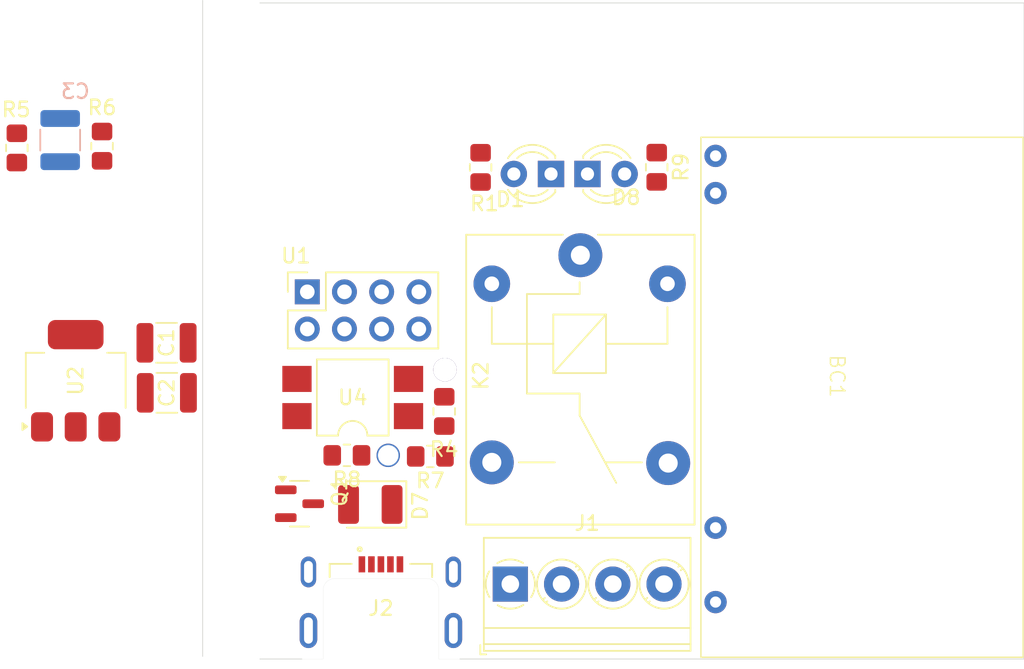
<source format=kicad_pcb>
(kicad_pcb (version 20240108) (generator "pcbnew") (generator_version "8.0")
  (layers (0 "F.Cu" signal) (31 "B.Cu" signal) (34 "B.Paste" user) (35 "F.Paste" user) (36 "B.SilkS" user "B.Silkscreen") (37 "F.SilkS" user "F.Silkscreen") (38 "B.Mask" user) (39 "F.Mask" user) (44 "Edge.Cuts" user))
  (net 0 "")
  (net 1 "/N IN")
  (net 2 "/L IN")
  (net 3 "+5V")
  (net 4 "/RST")
  (net 5 "Net-(D1-A)")
  (net 6 "Net-(D7-A)")
  (net 7 "Net-(D8-A)")
  (net 12 "/RX")
  (net 15 "/NC")
  (net 16 "/NO")
  (net 17 "/RELAY")
  (net 18 "/TX")
  (net 19 "/GPIO0")
  (net 20 "/CH_PD")
  (net 21 "Net-(R7-Pad2)")
  (net 23 "GND")
  (net 24 "VCC")
  (footprint "Resistor_SMD:R_0805_2012Metric_Pad1.20x1.40mm_HandSolder" (layer "F.Cu") (at 85.83 115.095 -90)
    (property "Reference" "R5" (at -2.62 0.05 180) (layer "F.SilkS"))
    (property "Value" "10k")
    (fp_line (start -0.227064 0.735) (end 0.227064 0.735) (stroke (width 0.12)) (layer "F.SilkS"))
    (fp_line (start -0.227064 -0.735) (end 0.227064 -0.735) (stroke (width 0.12)) (layer "F.SilkS"))
    (pad "1" smd roundrect (at -1 0 270) (size 1.2 1.4) (layers "F.Cu" "F.Paste" "F.Mask") (roundrect_rratio 0.208333) (net 24 "VCC"))
    (pad "2" smd roundrect (at 1 0 270) (size 1.2 1.4) (layers "F.Cu" "F.Paste" "F.Mask") (roundrect_rratio 0.208333) (net 20 "/CH_PD"))
  )
  (footprint "Capacitor_SMD:C_1210_3225Metric" (layer "F.Cu") (at 96.075 131.825 180)
    (property "Reference" "C2" (at 0 0 90) (layer "F.SilkS"))
    (property "Value" "100nf")
    (fp_line (start -0.711252 1.36) (end 0.711252 1.36) (stroke (width 0.12)) (layer "F.SilkS"))
    (fp_line (start -0.711252 -1.36) (end 0.711252 -1.36) (stroke (width 0.12)) (layer "F.SilkS"))
    (pad "1" smd roundrect (at -1.475 0 180) (size 1.15 2.7) (layers "F.Cu" "F.Paste" "F.Mask") (roundrect_rratio 0.217391) (net 23 "GND"))
    (pad "2" smd roundrect (at 1.475 0 180) (size 1.15 2.7) (layers "F.Cu" "F.Paste" "F.Mask") (roundrect_rratio 0.217391) (net 24 "VCC"))
  )
  (footprint "Resistor_SMD:R_0805_2012Metric_Pad1.20x1.40mm_HandSolder" (layer "F.Cu") (at 129.54 116.415 -90)
    (property "Reference" "R9" (at 0 -1.65 90) (layer "F.SilkS"))
    (property "Value" "1K")
    (fp_line (start -0.227064 0.735) (end 0.227064 0.735) (stroke (width 0.12)) (layer "F.SilkS"))
    (fp_line (start -0.227064 -0.735) (end 0.227064 -0.735) (stroke (width 0.12)) (layer "F.SilkS"))
    (pad "1" smd roundrect (at -1 0 270) (size 1.2 1.4) (layers "F.Cu" "F.Paste" "F.Mask") (roundrect_rratio 0.208333) (net 7 "Net-(D8-A)"))
    (pad "2" smd roundrect (at 1 0 270) (size 1.2 1.4) (layers "F.Cu" "F.Paste" "F.Mask") (roundrect_rratio 0.208333) (net 3 "+5V"))
  )
  (footprint "Relay_THT:Relay_SPDT_SANYOU_SRD_Series_Form_C" (layer "F.Cu") (at 124.325 122.425 -90)
    (property "Reference" "K2" (at 8.23 6.8 90) (layer "F.SilkS"))
    (property "Value" "SANYOU_SRD_Form_C")
    (fp_line (start 18.4 7.8) (end -1.4 7.8) (stroke (width 0.12)) (layer "F.SilkS"))
    (fp_line (start 3.55 6.05) (end 6.05 6.05) (stroke (width 0.12)) (layer "F.SilkS"))
    (fp_line (start 14.15 4.2) (end 14.15 1.75) (stroke (width 0.12)) (layer "F.SilkS"))
    (fp_line (start 9.45 3.65) (end 2.65 3.65) (stroke (width 0.12)) (layer "F.SilkS"))
    (fp_line (start 4.05 1.85) (end 4.05 -1.75) (stroke (width 0.12)) (layer "F.SilkS"))
    (fp_line (start 6.05 1.85) (end 6.05 6.05) (stroke (width 0.12)) (layer "F.SilkS"))
    (fp_line (start 8.05 1.85) (end 4.05 1.85) (stroke (width 0.12)) (layer "F.SilkS"))
    (fp_line (start 8.05 1.85) (end 4.05 -1.75) (stroke (width 0.12)) (layer "F.SilkS"))
    (fp_line (start -1.4 1.2) (end -1.4 7.8) (stroke (width 0.12)) (layer "F.SilkS"))
    (fp_line (start 2.65 0.05) (end 2.65 3.65) (stroke (width 0.12)) (layer "F.SilkS"))
    (fp_line (start 2.65 0.05) (end 1.85 0.05) (stroke (width 0.12)) (layer "F.SilkS"))
    (fp_line (start 9.45 0.05) (end 9.45 3.65) (stroke (width 0.12)) (layer "F.SilkS"))
    (fp_line (start 9.45 0.05) (end 10.95 0.05) (stroke (width 0.12)) (layer "F.SilkS"))
    (fp_line (start 10.95 0.05) (end 15.55 -2.45) (stroke (width 0.12)) (layer "F.SilkS"))
    (fp_line (start 4.05 -1.75) (end 8.05 -1.75) (stroke (width 0.12)) (layer "F.SilkS"))
    (fp_line (start 8.05 -1.75) (end 8.05 1.85) (stroke (width 0.12)) (layer "F.SilkS"))
    (fp_line (start 14.15 -4.2) (end 14.15 -1.7) (stroke (width 0.12)) (layer "F.SilkS"))
    (fp_line (start 6.05 -5.95) (end 6.05 -1.75) (stroke (width 0.12)) (layer "F.SilkS"))
    (fp_line (start 6.05 -5.95) (end 3.55 -5.95) (stroke (width 0.12)) (layer "F.SilkS"))
    (fp_line (start -1.4 -7.8) (end -1.4 -1.2) (stroke (width 0.12)) (layer "F.SilkS"))
    (fp_line (start -1.4 -7.8) (end 18.4 -7.8) (stroke (width 0.12)) (layer "F.SilkS"))
    (fp_line (start 18.4 -7.8) (end 18.4 7.8) (stroke (width 0.12)) (layer "F.SilkS"))
    (pad "1" thru_hole circle (at 0 0) (size 3 3) (drill 1.3) (layers "*.Cu" "*.Mask") (net 2 "/L IN"))
    (pad "2" thru_hole circle (at 1.95 6.05) (size 2.5 2.5) (drill 1) (layers "*.Cu" "*.Mask") (net 3 "+5V"))
    (pad "3" thru_hole circle (at 14.15 6.05) (size 3 3) (drill 1.3) (layers "*.Cu" "*.Mask") (net 16 "/NO"))
    (pad "4" thru_hole circle (at 14.2 -6) (size 3 3) (drill 1.3) (layers "*.Cu" "*.Mask") (net 15 "/NC"))
    (pad "5" thru_hole circle (at 1.95 -5.95) (size 2.5 2.5) (drill 1) (layers "*.Cu" "*.Mask") (net 6 "Net-(D7-A)"))
  )
  (footprint "Package_TO_SOT_SMD:SOT-23" (layer "F.Cu") (at 105.1375 139.4)
    (property "Reference" "Q1" (at 2.7375 -0.8 90) (layer "F.SilkS"))
    (property "Value" "2N7002")
    (fp_line (start 0 -1.56) (end -0.65 -1.56) (stroke (width 0.12)) (layer "F.SilkS"))
    (fp_line (start 0 -1.56) (end 0.65 -1.56) (stroke (width 0.12)) (layer "F.SilkS"))
    (fp_line (start 0 1.56) (end -0.65 1.56) (stroke (width 0.12)) (layer "F.SilkS"))
    (fp_line (start 0 1.56) (end 0.65 1.56) (stroke (width 0.12)) (layer "F.SilkS"))
    (fp_poly (pts (xy -1.1625 -1.51) (xy -1.4025 -1.84) (xy -0.9225 -1.84) (xy -1.1625 -1.51)) (stroke (width 0.12)) (fill solid) (layer "F.SilkS"))
    (pad "1" smd roundrect (at -0.9375 -0.95) (size 1.475 0.6) (layers "F.Cu" "F.Paste" "F.Mask") (net 17 "/RELAY"))
    (pad "2" smd roundrect (at -0.9375 0.95) (size 1.475 0.6) (layers "F.Cu" "F.Paste" "F.Mask") (net 23 "GND"))
    (pad "3" smd roundrect (at 0.9375 0) (size 1.475 0.6) (layers "F.Cu" "F.Paste" "F.Mask") (net 6 "Net-(D7-A)"))
  )
  (footprint "Homme:Buck Connect" (layer "F.Cu") (at 132.56 130.68 -90)
    (property "Reference" "BC1" (at 0 -9.305 -90) (layer "F.SilkS") (effects (font (thickness 0.1))))
    (property "Value" "~" (hide yes))
    (fp_rect (start -16.31 -22.01) (end 19.21 0) (stroke (width 0.1)) (fill none) (layer "F.SilkS"))
    (pad "1" thru_hole circle (at 10.36 -1 270) (size 1.524 1.524) (drill 0.762) (layers "*.Cu" "*.Mask") (net 2 "/L IN"))
    (pad "2" thru_hole circle (at 15.44 -1 270) (size 1.524 1.524) (drill 0.762) (layers "*.Cu" "*.Mask") (net 1 "/N IN"))
    (pad "3" thru_hole circle (at -12.5 -1 270) (size 1.524 1.524) (drill 0.762) (layers "*.Cu" "*.Mask") (net 3 "+5V"))
    (pad "4" thru_hole circle (at -15.04 -1 270) (size 1.524 1.524) (drill 0.762) (layers "*.Cu" "*.Mask") (net 23 "GND"))
  )
  (footprint "Package_TO_SOT_SMD:SOT-223-3_TabPin2" (layer "F.Cu") (at 89.85 131 90)
    (property "Reference" "U2" (at 0 0 90) (layer "F.SilkS"))
    (property "Value" "LD1117S33TR_SOT223")
    (fp_line (start 1.91 -3.41) (end 1.91 -2.15) (stroke (width 0.12)) (layer "F.SilkS"))
    (fp_line (start -1.85 -3.41) (end 1.91 -3.41) (stroke (width 0.12)) (layer "F.SilkS"))
    (fp_line (start 1.91 3.41) (end 1.91 2.15) (stroke (width 0.12)) (layer "F.SilkS"))
    (fp_line (start -1.85 3.41) (end 1.91 3.41) (stroke (width 0.12)) (layer "F.SilkS"))
    (fp_poly (pts (xy -3.13 -3.31) (xy -3.37 -3.64) (xy -2.89 -3.64) (xy -3.13 -3.31)) (stroke (width 0.12)) (fill solid) (layer "F.SilkS"))
    (pad "1" smd roundrect (at -3.15 -2.3 90) (size 2 1.5) (layers "F.Cu" "F.Paste" "F.Mask") (net 23 "GND"))
    (pad "2" smd roundrect (at -3.15 0 90) (size 2 1.5) (layers "F.Cu" "F.Paste" "F.Mask") (net 24 "VCC"))
    (pad "2" smd roundrect (at 3.15 0 90) (size 2 3.8) (layers "F.Cu" "F.Paste" "F.Mask") (net 24 "VCC"))
    (pad "3" smd roundrect (at -3.15 2.3 90) (size 2 1.5) (layers "F.Cu" "F.Paste" "F.Mask") (net 3 "+5V"))
  )
  (footprint "Package_DIP:SMDIP-4_W7.62mm" (layer "F.Cu") (at 108.775 132.145 180)
    (property "Reference" "U4" (at 0 0 360) (layer "F.SilkS"))
    (property "Value" "PC817")
    (fp_line (start 2.45 2.6) (end 2.45 -2.6) (stroke (width 0.12)) (layer "F.SilkS"))
    (fp_line (start 2.45 -2.6) (end 1 -2.6) (stroke (width 0.12)) (layer "F.SilkS"))
    (fp_line (start -1 -2.6) (end -2.45 -2.6) (stroke (width 0.12)) (layer "F.SilkS"))
    (fp_line (start -2.45 2.6) (end 2.45 2.6) (stroke (width 0.12)) (layer "F.SilkS"))
    (fp_line (start -2.45 -2.6) (end -2.45 2.6) (stroke (width 0.12)) (layer "F.SilkS"))
    (fp_arc (start 1 -2.6) (mid 0 -1.6) (end -1 -2.6) (stroke (width 0.12)) (layer "F.SilkS"))
    (pad "1" smd rect (at -3.81 -1.27 180) (size 2 1.78) (layers "F.Cu" "F.Paste" "F.Mask") (net 21 "Net-(R7-Pad2)"))
    (pad "2" smd rect (at -3.81 1.27 180) (size 2 1.78) (layers "F.Cu" "F.Paste" "F.Mask") (net 19 "/GPIO0"))
    (pad "3" smd rect (at 3.81 1.27 180) (size 2 1.78) (layers "F.Cu" "F.Paste" "F.Mask") (net 17 "/RELAY"))
    (pad "4" smd rect (at 3.81 -1.27 180) (size 2 1.78) (layers "F.Cu" "F.Paste" "F.Mask") (net 24 "VCC"))
  )
  (footprint "Resistor_SMD:R_0805_2012Metric_Pad1.20x1.40mm_HandSolder" (layer "F.Cu") (at 115.025 133.095 90)
    (property "Reference" "R4" (at -2.59 -0.01 360) (layer "F.SilkS"))
    (property "Value" "10k")
    (fp_line (start -0.227064 -0.735) (end 0.227064 -0.735) (stroke (width 0.12)) (layer "F.SilkS"))
    (fp_line (start -0.227064 0.735) (end 0.227064 0.735) (stroke (width 0.12)) (layer "F.SilkS"))
    (pad "1" smd roundrect (at -1 0 90) (size 1.2 1.4) (layers "F.Cu" "F.Paste" "F.Mask") (roundrect_rratio 0.208333) (net 24 "VCC"))
    (pad "2" smd roundrect (at 1 0 90) (size 1.2 1.4) (layers "F.Cu" "F.Paste" "F.Mask") (roundrect_rratio 0.208333) (net 19 "/GPIO0"))
  )
  (footprint "Resistor_SMD:R_0805_2012Metric_Pad1.20x1.40mm_HandSolder" (layer "F.Cu") (at 117.51 116.425 90)
    (property "Reference" "R1" (at -2.47 0.26 180) (layer "F.SilkS"))
    (property "Value" "150")
    (fp_line (start -0.227064 -0.735) (end 0.227064 -0.735) (stroke (width 0.12)) (layer "F.SilkS"))
    (fp_line (start -0.227064 0.735) (end 0.227064 0.735) (stroke (width 0.12)) (layer "F.SilkS"))
    (pad "1" smd roundrect (at -1 0 90) (size 1.2 1.4) (layers "F.Cu" "F.Paste" "F.Mask") (roundrect_rratio 0.208333) (net 18 "/TX"))
    (pad "2" smd roundrect (at 1 0 90) (size 1.2 1.4) (layers "F.Cu" "F.Paste" "F.Mask") (roundrect_rratio 0.208333) (net 5 "Net-(D1-A)"))
  )
  (footprint "Resistor_SMD:R_0805_2012Metric_Pad1.20x1.40mm_HandSolder" (layer "F.Cu") (at 91.65 114.975 -90)
    (property "Reference" "R6" (at -2.64 0 180) (layer "F.SilkS"))
    (property "Value" "10k")
    (fp_line (start -0.227064 0.735) (end 0.227064 0.735) (stroke (width 0.12)) (layer "F.SilkS"))
    (fp_line (start -0.227064 -0.735) (end 0.227064 -0.735) (stroke (width 0.12)) (layer "F.SilkS"))
    (pad "1" smd roundrect (at -1 0 270) (size 1.2 1.4) (layers "F.Cu" "F.Paste" "F.Mask") (roundrect_rratio 0.208333) (net 24 "VCC"))
    (pad "2" smd roundrect (at 1 0 270) (size 1.2 1.4) (layers "F.Cu" "F.Paste" "F.Mask") (roundrect_rratio 0.208333) (net 4 "/RST"))
  )
  (footprint "TerminalBlock_Phoenix:TerminalBlock_Phoenix_PT-1,5-4-3.5-H_1x04_P3.50mm_Horizontal" (layer "F.Cu") (at 119.54 144.89)
    (property "Reference" "J1" (at 5.25 -4.16 0) (layer "F.SilkS"))
    (property "Value" "Screw_Terminal_01x04")
    (fp_line (start -2.05 4.16) (end -2.05 4.8) (stroke (width 0.12)) (layer "F.SilkS"))
    (fp_line (start -2.05 4.8) (end -1.65 4.8) (stroke (width 0.12)) (layer "F.SilkS"))
    (fp_line (start -1.81 -3.16) (end -1.81 4.56) (stroke (width 0.12)) (layer "F.SilkS"))
    (fp_line (start -1.81 -3.16) (end 12.31 -3.16) (stroke (width 0.12)) (layer "F.SilkS"))
    (fp_line (start -1.81 3) (end 12.31 3) (stroke (width 0.12)) (layer "F.SilkS"))
    (fp_line (start -1.81 4.1) (end 12.31 4.1) (stroke (width 0.12)) (layer "F.SilkS"))
    (fp_line (start -1.81 4.56) (end 12.31 4.56) (stroke (width 0.12)) (layer "F.SilkS"))
    (fp_line (start 2.355 0.941) (end 2.226 1.069) (stroke (width 0.12)) (layer "F.SilkS"))
    (fp_line (start 2.525 1.181) (end 2.431 1.274) (stroke (width 0.12)) (layer "F.SilkS"))
    (fp_line (start 4.57 -1.275) (end 4.476 -1.181) (stroke (width 0.12)) (layer "F.SilkS"))
    (fp_line (start 4.775 -1.069) (end 4.646 -0.941) (stroke (width 0.12)) (layer "F.SilkS"))
    (fp_line (start 5.855 0.941) (end 5.726 1.069) (stroke (width 0.12)) (layer "F.SilkS"))
    (fp_line (start 6.025 1.181) (end 5.931 1.274) (stroke (width 0.12)) (layer "F.SilkS"))
    (fp_line (start 8.07 -1.275) (end 7.976 -1.181) (stroke (width 0.12)) (layer "F.SilkS"))
    (fp_line (start 8.275 -1.069) (end 8.146 -0.941) (stroke (width 0.12)) (layer "F.SilkS"))
    (fp_line (start 9.355 0.941) (end 9.226 1.069) (stroke (width 0.12)) (layer "F.SilkS"))
    (fp_line (start 9.525 1.181) (end 9.431 1.274) (stroke (width 0.12)) (layer "F.SilkS"))
    (fp_line (start 11.57 -1.275) (end 11.476 -1.181) (stroke (width 0.12)) (layer "F.SilkS"))
    (fp_line (start 11.775 -1.069) (end 11.646 -0.941) (stroke (width 0.12)) (layer "F.SilkS"))
    (fp_line (start 12.31 -3.16) (end 12.31 4.56) (stroke (width 0.12)) (layer "F.SilkS"))
    (fp_arc (start -1.425358 0.889894) (mid -1.680286 0.014012) (end -1.44 -0.866) (stroke (width 0.12)) (layer "F.SilkS"))
    (fp_arc (start -0.889894 -1.425358) (mid -0.014012 -1.680286) (end 0.866 -1.44) (stroke (width 0.12)) (layer "F.SilkS"))
    (fp_arc (start 0.028674 1.680099) (mid -0.435535 1.622918) (end -0.866 1.44) (stroke (width 0.12)) (layer "F.SilkS"))
    (fp_arc (start 0.890264 1.424721) (mid 0.463071 1.61492) (end 0 1.68) (stroke (width 0.12)) (layer "F.SilkS"))
    (fp_arc (start 1.425504 -0.890193) (mid 1.680626 0.000476) (end 1.425 0.891) (stroke (width 0.12)) (layer "F.SilkS"))
    (fp_circle (center 3.5 0) (end 5.18 0) (stroke (width 0.12)) (fill none) (layer "F.SilkS"))
    (fp_circle (center 7 0) (end 8.68 0) (stroke (width 0.12)) (fill none) (layer "F.SilkS"))
    (fp_circle (center 10.5 0) (end 12.18 0) (stroke (width 0.12)) (fill none) (layer "F.SilkS"))
    (pad "1" thru_hole rect (at 0 0) (size 2.4 2.4) (drill 1.2) (layers "*.Cu" "*.Mask") (net 16 "/NO"))
    (pad "2" thru_hole circle (at 3.5 0) (size 2.4 2.4) (drill 1.2) (layers "*.Cu" "*.Mask") (net 2 "/L IN"))
    (pad "3" thru_hole circle (at 7 0) (size 2.4 2.4) (drill 1.2) (layers "*.Cu" "*.Mask") (net 15 "/NC"))
    (pad "4" thru_hole circle (at 10.5 0) (size 2.4 2.4) (drill 1.2) (layers "*.Cu" "*.Mask") (net 1 "/N IN"))
  )
  (footprint "Capacitor_SMD:C_1210_3225Metric" (layer "F.Cu") (at 96.055 128.41 180)
    (property "Reference" "C1" (at 0 0 90) (layer "F.SilkS"))
    (property "Value" "1uf")
    (fp_line (start -0.711252 1.36) (end 0.711252 1.36) (stroke (width 0.12)) (layer "F.SilkS"))
    (fp_line (start -0.711252 -1.36) (end 0.711252 -1.36) (stroke (width 0.12)) (layer "F.SilkS"))
    (pad "1" smd roundrect (at -1.475 0 180) (size 1.15 2.7) (layers "F.Cu" "F.Paste" "F.Mask") (roundrect_rratio 0.217391) (net 23 "GND"))
    (pad "2" smd roundrect (at 1.475 0 180) (size 1.15 2.7) (layers "F.Cu" "F.Paste" "F.Mask") (roundrect_rratio 0.217391) (net 3 "+5V"))
  )
  (footprint "Resistor_SMD:R_0805_2012Metric_Pad1.20x1.40mm_HandSolder" (layer "F.Cu") (at 114.075 136.17 180)
    (property "Reference" "R7" (at 0 -1.65 360) (layer "F.SilkS"))
    (property "Value" "170")
    (fp_line (start -0.227064 0.735) (end 0.227064 0.735) (stroke (width 0.12)) (layer "F.SilkS"))
    (fp_line (start -0.227064 -0.735) (end 0.227064 -0.735) (stroke (width 0.12)) (layer "F.SilkS"))
    (pad "1" smd roundrect (at -1 0 180) (size 1.2 1.4) (layers "F.Cu" "F.Paste" "F.Mask") (roundrect_rratio 0.208333) (net 24 "VCC"))
    (pad "2" smd roundrect (at 1 0 180) (size 1.2 1.4) (layers "F.Cu" "F.Paste" "F.Mask") (roundrect_rratio 0.208333) (net 21 "Net-(R7-Pad2)"))
  )
  (footprint "Diode_SMD:D_1210_3225Metric_Pad1.42x2.65mm_HandSolder" (layer "F.Cu") (at 109.975 139.45 180)
    (property "Reference" "D7" (at -3.4075 -0.11 90) (layer "F.SilkS"))
    (property "Value" "D")
    (fp_line (start 1.6 -1.585) (end -2.46 -1.585) (stroke (width 0.12)) (layer "F.SilkS"))
    (fp_line (start -2.46 1.585) (end 1.6 1.585) (stroke (width 0.12)) (layer "F.SilkS"))
    (fp_line (start -2.46 -1.585) (end -2.46 1.585) (stroke (width 0.12)) (layer "F.SilkS"))
    (pad "1" smd roundrect (at -1.4875 0 180) (size 1.425 2.65) (layers "F.Cu" "F.Paste" "F.Mask") (roundrect_rratio 0.175439) (net 3 "+5V"))
    (pad "2" smd roundrect (at 1.4875 0 180) (size 1.425 2.65) (layers "F.Cu" "F.Paste" "F.Mask") (roundrect_rratio 0.175439) (net 6 "Net-(D7-A)"))
  )
  (footprint "LED_THT:LED_D3.0mm" (layer "F.Cu") (at 122.32 116.875 180)
    (property "Reference" "D1" (at 2.78 -1.74 0) (layer "F.SilkS"))
    (property "Value" "LED")
    (fp_line (start -0.29 1.08) (end -0.29 1.236) (stroke (width 0.12)) (layer "F.SilkS"))
    (fp_line (start -0.29 -1.236) (end -0.29 -1.08) (stroke (width 0.12)) (layer "F.SilkS"))
    (fp_arc (start 2.942335 1.078608) (mid 1.366487 1.987659) (end -0.29 1.235516) (stroke (width 0.12)) (layer "F.SilkS"))
    (fp_arc (start 2.31113 1.079837) (mid 1.270117 1.5) (end 0.229039 1.08) (stroke (width 0.12)) (layer "F.SilkS"))
    (fp_arc (start 0.229039 -1.08) (mid 1.270117 -1.5) (end 2.31113 -1.079837) (stroke (width 0.12)) (layer "F.SilkS"))
    (fp_arc (start -0.29 -1.235516) (mid 1.366487 -1.987659) (end 2.942335 -1.078608) (stroke (width 0.12)) (layer "F.SilkS"))
    (pad "1" thru_hole rect (at 0 0 180) (size 1.8 1.8) (drill 0.9) (layers "*.Cu" "*.Mask") (net 23 "GND"))
    (pad "2" thru_hole circle (at 2.54 0 180) (size 1.8 1.8) (drill 0.9) (layers "*.Cu" "*.Mask") (net 5 "Net-(D1-A)"))
  )
  (footprint "Resistor_SMD:R_0805_2012Metric_Pad1.20x1.40mm_HandSolder" (layer "F.Cu") (at 108.375 136.095 180)
    (property "Reference" "R8" (at 0 -1.65 360) (layer "F.SilkS"))
    (property "Value" "10k")
    (fp_line (start -0.227064 0.735) (end 0.227064 0.735) (stroke (width 0.12)) (layer "F.SilkS"))
    (fp_line (start -0.227064 -0.735) (end 0.227064 -0.735) (stroke (width 0.12)) (layer "F.SilkS"))
    (pad "1" smd roundrect (at -1 0 180) (size 1.2 1.4) (layers "F.Cu" "F.Paste" "F.Mask") (roundrect_rratio 0.208333) (net 23 "GND"))
    (pad "2" smd roundrect (at 1 0 180) (size 1.2 1.4) (layers "F.Cu" "F.Paste" "F.Mask") (roundrect_rratio 0.208333) (net 17 "/RELAY"))
  )
  (footprint "Connector_PinSocket_2.54mm:PinSocket_2x04_P2.54mm_Vertical" (layer "F.Cu") (at 105.67 124.925 90)
    (property "Reference" "U1" (at 2.46 -0.78 180) (layer "F.SilkS"))
    (property "Value" "ESP-01v090")
    (fp_line (start 1.33 -1.33) (end 1.33 0) (stroke (width 0.12)) (layer "F.SilkS"))
    (fp_line (start 0 -1.33) (end 1.33 -1.33) (stroke (width 0.12)) (layer "F.SilkS"))
    (fp_line (start -1.27 -1.33) (end -1.27 1.27) (stroke (width 0.12)) (layer "F.SilkS"))
    (fp_line (start -3.87 -1.33) (end -1.27 -1.33) (stroke (width 0.12)) (layer "F.SilkS"))
    (fp_line (start -3.87 -1.33) (end -3.87 8.95) (stroke (width 0.12)) (layer "F.SilkS"))
    (fp_line (start 1.33 1.27) (end 1.33 8.95) (stroke (width 0.12)) (layer "F.SilkS"))
    (fp_line (start -1.27 1.27) (end 1.33 1.27) (stroke (width 0.12)) (layer "F.SilkS"))
    (fp_line (start -3.87 8.95) (end 1.33 8.95) (stroke (width 0.12)) (layer "F.SilkS"))
    (pad "1" thru_hole rect (at 0 0 90) (size 1.7 1.7) (drill 1) (layers "*.Cu" "*.Mask") (net 18 "/TX"))
    (pad "2" thru_hole oval (at -2.54 0 90) (size 1.7 1.7) (drill 1) (layers "*.Cu" "*.Mask") (net 23 "GND"))
    (pad "3" thru_hole oval (at 0 2.54 90) (size 1.7 1.7) (drill 1) (layers "*.Cu" "*.Mask") (net 20 "/CH_PD"))
    (pad "4" thru_hole oval (at -2.54 2.54 90) (size 1.7 1.7) (drill 1) (layers "*.Cu" "*.Mask"))
    (pad "5" thru_hole oval (at 0 5.08 90) (size 1.7 1.7) (drill 1) (layers "*.Cu" "*.Mask") (net 4 "/RST"))
    (pad "6" thru_hole oval (at -2.54 5.08 90) (size 1.7 1.7) (drill 1) (layers "*.Cu" "*.Mask") (net 19 "/GPIO0"))
    (pad "7" thru_hole oval (at 0 7.62 90) (size 1.7 1.7) (drill 1) (layers "*.Cu" "*.Mask") (net 24 "VCC"))
    (pad "8" thru_hole oval (at -2.54 7.62 90) (size 1.7 1.7) (drill 1) (layers "*.Cu" "*.Mask") (net 12 "/RX"))
  )
  (footprint "LED_THT:LED_D3.0mm" (layer "F.Cu") (at 124.81 116.875)
    (property "Reference" "D8" (at 2.64 1.6 0) (layer "F.SilkS"))
    (property "Value" "LED")
    (fp_line (start -0.29 -1.236) (end -0.29 -1.08) (stroke (width 0.12)) (layer "F.SilkS"))
    (fp_line (start -0.29 1.08) (end -0.29 1.236) (stroke (width 0.12)) (layer "F.SilkS"))
    (fp_arc (start -0.29 -1.235516) (mid 1.366487 -1.987659) (end 2.942335 -1.078608) (stroke (width 0.12)) (layer "F.SilkS"))
    (fp_arc (start 0.229039 -1.08) (mid 1.270117 -1.5) (end 2.31113 -1.079837) (stroke (width 0.12)) (layer "F.SilkS"))
    (fp_arc (start 2.31113 1.079837) (mid 1.270117 1.5) (end 0.229039 1.08) (stroke (width 0.12)) (layer "F.SilkS"))
    (fp_arc (start 2.942335 1.078608) (mid 1.366487 1.987659) (end -0.29 1.235516) (stroke (width 0.12)) (layer "F.SilkS"))
    (pad "1" thru_hole rect (at 0 0) (size 1.8 1.8) (drill 0.9) (layers "*.Cu" "*.Mask") (net 6 "Net-(D7-A)"))
    (pad "2" thru_hole circle (at 2.54 0) (size 1.8 1.8) (drill 0.9) (layers "*.Cu" "*.Mask") (net 7 "Net-(D8-A)"))
  )
  (footprint "Homme:MOLEX_476421001" (layer "F.Cu") (at 110.7 146.825)
    (property "Reference" "J2" (at 0 -0.2906 0) (layer "F.SilkS"))
    (property "Value" "476421001")
    (fp_line (start -3.5 -3.315) (end -3.5 -2.415) (stroke (width 0.127)) (layer "F.SilkS"))
    (fp_line (start -2 -3.315) (end -3.5 -3.315) (stroke (width 0.127)) (layer "F.SilkS"))
    (fp_line (start 2 -3.315) (end 3.5 -3.315) (stroke (width 0.127)) (layer "F.SilkS"))
    (fp_line (start 3.5 -3.315) (end 3.5 -2.415) (stroke (width 0.127)) (layer "F.SilkS"))
    (fp_circle (center -1.45 -4.315) (end -1.4 -4.315) (stroke (width 0.1524)) (fill none) (layer "F.SilkS"))
    (fp_line (start -5.4 3.185) (end -3.95 3.185) (stroke (width 0.01)) (layer "Edge.Cuts"))
    (fp_line (start -3.95 3.185) (end -3.95 -1.515) (stroke (width 0.01)) (layer "Edge.Cuts"))
    (fp_line (start -3.15 -2.315) (end 3.15 -2.315) (stroke (width 0.01)) (layer "Edge.Cuts"))
    (fp_line (start 3.95 -1.515) (end 3.95 3.185) (stroke (width 0.01)) (layer "Edge.Cuts"))
    (fp_line (start 3.95 3.185) (end 5.4 3.185) (stroke (width 0.01)) (layer "Edge.Cuts"))
    (fp_arc (start -3.95 -1.515) (mid -3.715685 -2.080685) (end -3.15 -2.315) (stroke (width 0.01)) (layer "Edge.Cuts"))
    (fp_arc (start 3.15 -2.315) (mid 3.715685 -2.080685) (end 3.95 -1.515) (stroke (width 0.01)) (layer "Edge.Cuts"))
    (pad "1" smd rect (at -1.3 -3.285) (size 0.45 1.1) (layers "F.Cu" "F.Paste" "F.Mask") (net 24 "VCC"))
    (pad "2" smd rect (at -0.65 -3.285) (size 0.45 1.1) (layers "F.Cu" "F.Paste" "F.Mask") (net 12 "/RX"))
    (pad "3" smd rect (at 0 -3.285) (size 0.45 1.1) (layers "F.Cu" "F.Paste" "F.Mask"))
    (pad "4" smd rect (at 0.65 -3.285) (size 0.45 1.1) (layers "F.Cu" "F.Paste" "F.Mask"))
    (pad "5" smd rect (at 1.3 -3.285) (size 0.45 1.1) (layers "F.Cu" "F.Paste" "F.Mask") (net 23 "GND"))
    (pad "P1" thru_hole oval (at -4.95 1.235) (size 1.2 2.4) (drill oval 0.6 1.8) (layers "*.Cu" "*.Mask"))
    (pad "P2" thru_hole oval (at 4.95 1.235) (size 1.2 2.4) (drill oval 0.6 1.8) (layers "*.Cu" "*.Mask"))
    (pad "P3" thru_hole oval (at -4.95 -2.765) (size 1.05 2.1) (drill oval 0.6 1.5) (layers "*.Cu" "*.Mask"))
    (pad "P4" thru_hole oval (at 4.95 -2.765) (size 1.05 2.1) (drill oval 0.6 1.5) (layers "*.Cu" "*.Mask"))
  )
  (footprint "Capacitor_SMD:C_1210_3225Metric" (layer "B.Cu") (at 88.79 114.56 90)
    (property "Reference" "C3" (at 3.33 1.04 0) (layer "B.SilkS") (effects (justify mirror)))
    (property "Value" "100nf")
    (fp_line (start 0.711252 -1.36) (end -0.711252 -1.36) (stroke (width 0.12)) (layer "B.SilkS"))
    (fp_line (start 0.711252 1.36) (end -0.711252 1.36) (stroke (width 0.12)) (layer "B.SilkS"))
    (pad "1" smd roundrect (at -1.475 0 90) (size 1.15 2.7) (layers "B.Cu" "B.Paste" "B.Mask") (roundrect_rratio 0.217391) (net 4 "/RST"))
    (pad "2" smd roundrect (at 1.475 0 90) (size 1.15 2.7) (layers "B.Cu" "B.Paste" "B.Mask") (roundrect_rratio 0.217391) (net 23 "GND"))
  )
  (gr_line (start 102.43 150.01) (end 105.3 150.01) (stroke (width 0.05)) (layer "Edge.Cuts"))
  (gr_line (start 154.63 105.19) (end 102.43 105.19) (stroke (width 0.05)) (layer "Edge.Cuts"))
  (gr_line (start 98.525 105.015) (end 98.525 149.835) (stroke (width 0.05)) (layer "Edge.Cuts"))
  (gr_line (start 154.63 150.01) (end 154.63 105.19) (stroke (width 0.05)) (layer "Edge.Cuts"))
  (gr_line (start 116.1 150.01) (end 154.63 150.01) (stroke (width 0.05)) (layer "Edge.Cuts"))
  (via (at 111.2 136.095) (size 1.6) (drill 1.4) (layers "F.Cu" "B.Cu") (net 0))
  (via (at 115.075 130.245) (size 1.6) (drill 1.6) (layers "F.Cu" "B.Cu") (net 0))
  (segment (start 105.14 130.875) (end 105.25 130.875) (width 0.6) (layer "F.Cu") (net 17))
  (segment (start 112.76 130.875) (end 112.65 130.875) (width 0.6) (layer "F.Cu") (net 19))
)
</source>
